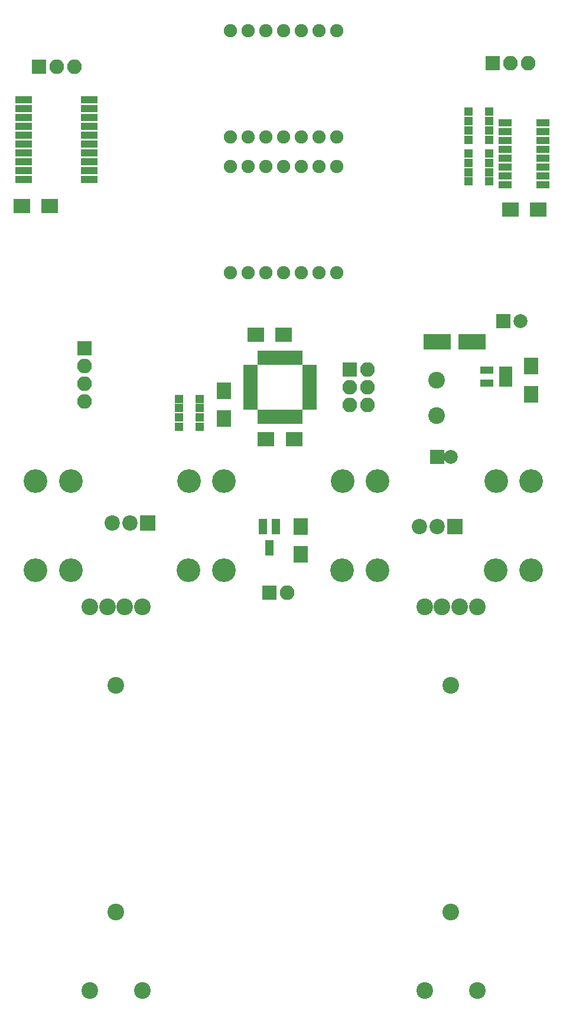
<source format=gts>
G04 #@! TF.FileFunction,Soldermask,Top*
%FSLAX46Y46*%
G04 Gerber Fmt 4.6, Leading zero omitted, Abs format (unit mm)*
G04 Created by KiCad (PCBNEW 4.0.4-stable) date Saturday, September 23, 2017 'PMt' 01:19:15 PM*
%MOMM*%
%LPD*%
G01*
G04 APERTURE LIST*
%ADD10C,0.100000*%
%ADD11C,3.400000*%
%ADD12R,2.000000X2.000000*%
%ADD13C,2.000000*%
%ADD14R,2.400000X2.000000*%
%ADD15R,3.900000X2.200000*%
%ADD16C,2.398980*%
%ADD17R,2.200000X2.200000*%
%ADD18C,2.200000*%
%ADD19C,1.900000*%
%ADD20R,2.100000X2.100000*%
%ADD21O,2.100000X2.100000*%
%ADD22R,1.200000X2.300000*%
%ADD23R,2.100000X2.400000*%
%ADD24R,1.300000X1.300000*%
%ADD25C,2.400000*%
%ADD26R,0.950000X2.000000*%
%ADD27R,2.000000X0.950000*%
%ADD28R,1.960000X1.050000*%
%ADD29R,2.350000X1.000000*%
%ADD30R,1.900000X1.000000*%
G04 APERTURE END LIST*
D10*
D11*
X52000000Y-111500000D03*
X51920000Y-124250000D03*
X57000000Y-111500000D03*
X57000000Y-124250000D03*
D12*
X109500000Y-108000000D03*
D13*
X111500000Y-108000000D03*
D12*
X119000000Y-88500000D03*
D13*
X121500000Y-88500000D03*
D14*
X87500000Y-90500000D03*
X83500000Y-90500000D03*
X124000000Y-72500000D03*
X120000000Y-72500000D03*
X89000000Y-105500000D03*
X85000000Y-105500000D03*
D15*
X114500000Y-91500000D03*
X109500000Y-91500000D03*
D16*
X109420000Y-97000000D03*
X109420000Y-102080000D03*
D17*
X68040000Y-117500000D03*
D18*
X65500000Y-117500000D03*
X62960000Y-117500000D03*
D17*
X112080000Y-118000000D03*
D18*
X109540000Y-118000000D03*
X107000000Y-118000000D03*
D19*
X79880000Y-66380000D03*
X82420000Y-66380000D03*
X84960000Y-66380000D03*
X95120000Y-66380000D03*
X92580000Y-66380000D03*
X90040000Y-66380000D03*
X87500000Y-66380000D03*
X95120000Y-81620000D03*
X92580000Y-81620000D03*
X90040000Y-81620000D03*
X79880000Y-81620000D03*
X82420000Y-81620000D03*
X84960000Y-81620000D03*
X87500000Y-81620000D03*
X79880000Y-46880000D03*
X82420000Y-46880000D03*
X84960000Y-46880000D03*
X95120000Y-46880000D03*
X92580000Y-46880000D03*
X90040000Y-46880000D03*
X87500000Y-46880000D03*
X95120000Y-62120000D03*
X92580000Y-62120000D03*
X90040000Y-62120000D03*
X79880000Y-62120000D03*
X82420000Y-62120000D03*
X84960000Y-62120000D03*
X87500000Y-62120000D03*
D20*
X85500000Y-127500000D03*
D21*
X88040000Y-127500000D03*
D20*
X97000000Y-95460000D03*
D21*
X99540000Y-95460000D03*
X97000000Y-98000000D03*
X99540000Y-98000000D03*
X97000000Y-100540000D03*
X99540000Y-100540000D03*
D20*
X52500000Y-52000000D03*
D21*
X55040000Y-52000000D03*
X57580000Y-52000000D03*
D20*
X117500000Y-51500000D03*
D21*
X120040000Y-51500000D03*
X122580000Y-51500000D03*
D20*
X59000000Y-92460000D03*
D21*
X59000000Y-95000000D03*
X59000000Y-97540000D03*
X59000000Y-100080000D03*
D22*
X86450000Y-118000000D03*
X84550000Y-118000000D03*
X85500000Y-121000000D03*
D23*
X79000000Y-102500000D03*
X79000000Y-98500000D03*
X123000000Y-95000000D03*
X123000000Y-99000000D03*
X90000000Y-118000000D03*
X90000000Y-122000000D03*
D24*
X114000000Y-58500000D03*
X114000000Y-62500000D03*
X114000000Y-59840000D03*
X114000000Y-61160000D03*
X117000000Y-59840000D03*
X117000000Y-58500000D03*
X117000000Y-62500000D03*
X117000000Y-61160000D03*
X114000000Y-64500000D03*
X114000000Y-68500000D03*
X114000000Y-65840000D03*
X114000000Y-67160000D03*
X117000000Y-65840000D03*
X117000000Y-64500000D03*
X117000000Y-68500000D03*
X117000000Y-67160000D03*
X72500000Y-99660000D03*
X72500000Y-103660000D03*
X72500000Y-101000000D03*
X72500000Y-102320000D03*
X75500000Y-101000000D03*
X75500000Y-99660000D03*
X75500000Y-103660000D03*
X75500000Y-102320000D03*
D25*
X67250000Y-184500000D03*
X59750000Y-184500000D03*
X63500000Y-173250000D03*
X67290000Y-129500000D03*
X64750000Y-129500000D03*
X62250000Y-129500000D03*
X59750000Y-129500000D03*
X63500000Y-140750000D03*
X115250000Y-184500000D03*
X107750000Y-184500000D03*
X111500000Y-173250000D03*
X115290000Y-129500000D03*
X112750000Y-129500000D03*
X110250000Y-129500000D03*
X107750000Y-129500000D03*
X111500000Y-140750000D03*
D26*
X84200000Y-102250000D03*
X85000000Y-102250000D03*
X85800000Y-102250000D03*
X86600000Y-102250000D03*
X87400000Y-102250000D03*
X88200000Y-102250000D03*
X89000000Y-102250000D03*
X89800000Y-102250000D03*
D27*
X91250000Y-100800000D03*
X91250000Y-100000000D03*
X91250000Y-99200000D03*
X91250000Y-98400000D03*
X91250000Y-97600000D03*
X91250000Y-96800000D03*
X91250000Y-96000000D03*
X91250000Y-95200000D03*
D26*
X89800000Y-93750000D03*
X89000000Y-93750000D03*
X88200000Y-93750000D03*
X87400000Y-93750000D03*
X86600000Y-93750000D03*
X85800000Y-93750000D03*
X85000000Y-93750000D03*
X84200000Y-93750000D03*
D27*
X82750000Y-95200000D03*
X82750000Y-96000000D03*
X82750000Y-96800000D03*
X82750000Y-97600000D03*
X82750000Y-98400000D03*
X82750000Y-99200000D03*
X82750000Y-100000000D03*
X82750000Y-100800000D03*
D28*
X119350000Y-97450000D03*
X119350000Y-96500000D03*
X119350000Y-95550000D03*
X116650000Y-95550000D03*
X116650000Y-97450000D03*
D29*
X50300000Y-56785000D03*
X50300000Y-58055000D03*
X50300000Y-59325000D03*
X50300000Y-60595000D03*
X50300000Y-61865000D03*
X50300000Y-63135000D03*
X50300000Y-64405000D03*
X50300000Y-65675000D03*
X50300000Y-66945000D03*
X50300000Y-68215000D03*
X59700000Y-68215000D03*
X59700000Y-66945000D03*
X59700000Y-65675000D03*
X59700000Y-64405000D03*
X59700000Y-63135000D03*
X59700000Y-61865000D03*
X59700000Y-60595000D03*
X59700000Y-59325000D03*
X59700000Y-58055000D03*
X59700000Y-56785000D03*
D30*
X119300000Y-60055000D03*
X119300000Y-61325000D03*
X119300000Y-62595000D03*
X119300000Y-63865000D03*
X119300000Y-65135000D03*
X119300000Y-66405000D03*
X119300000Y-67675000D03*
X119300000Y-68945000D03*
X124700000Y-68945000D03*
X124700000Y-67675000D03*
X124700000Y-66405000D03*
X124700000Y-65135000D03*
X124700000Y-63865000D03*
X124700000Y-62595000D03*
X124700000Y-61325000D03*
X124700000Y-60055000D03*
D11*
X74000000Y-111500000D03*
X73920000Y-124250000D03*
X79000000Y-111500000D03*
X79000000Y-124250000D03*
X96000000Y-111500000D03*
X95920000Y-124250000D03*
X101000000Y-111500000D03*
X101000000Y-124250000D03*
X118000000Y-111500000D03*
X117920000Y-124250000D03*
X123000000Y-111500000D03*
X123000000Y-124250000D03*
D14*
X50000000Y-72000000D03*
X54000000Y-72000000D03*
M02*

</source>
